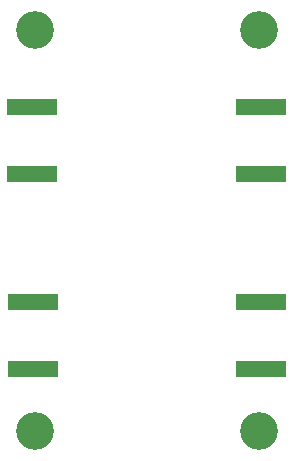
<source format=gbr>
%TF.GenerationSoftware,KiCad,Pcbnew,8.0.5-8.0.5-0~ubuntu22.04.1*%
%TF.CreationDate,2025-01-09T14:13:45-03:00*%
%TF.ProjectId,preenfasis,70726565-6e66-4617-9369-732e6b696361,v1.2*%
%TF.SameCoordinates,Original*%
%TF.FileFunction,Soldermask,Bot*%
%TF.FilePolarity,Negative*%
%FSLAX46Y46*%
G04 Gerber Fmt 4.6, Leading zero omitted, Abs format (unit mm)*
G04 Created by KiCad (PCBNEW 8.0.5-8.0.5-0~ubuntu22.04.1) date 2025-01-09 14:13:45*
%MOMM*%
%LPD*%
G01*
G04 APERTURE LIST*
%ADD10C,3.200000*%
%ADD11R,4.200000X1.350000*%
G04 APERTURE END LIST*
D10*
%TO.C,H3*%
X122000000Y-63000000D03*
%TD*%
%TO.C,H4*%
X103000000Y-63000000D03*
%TD*%
D11*
%TO.C,J3*%
X102743000Y-69565000D03*
X102743000Y-75215000D03*
%TD*%
D10*
%TO.C,H1*%
X122000000Y-97000000D03*
%TD*%
D11*
%TO.C,J2*%
X122174000Y-91725000D03*
X122174000Y-86075000D03*
%TD*%
%TO.C,J4*%
X122174000Y-75215000D03*
X122174000Y-69565000D03*
%TD*%
%TO.C,J1*%
X102816000Y-86075000D03*
X102816000Y-91725000D03*
%TD*%
D10*
%TO.C,H2*%
X103000000Y-97000000D03*
%TD*%
M02*

</source>
